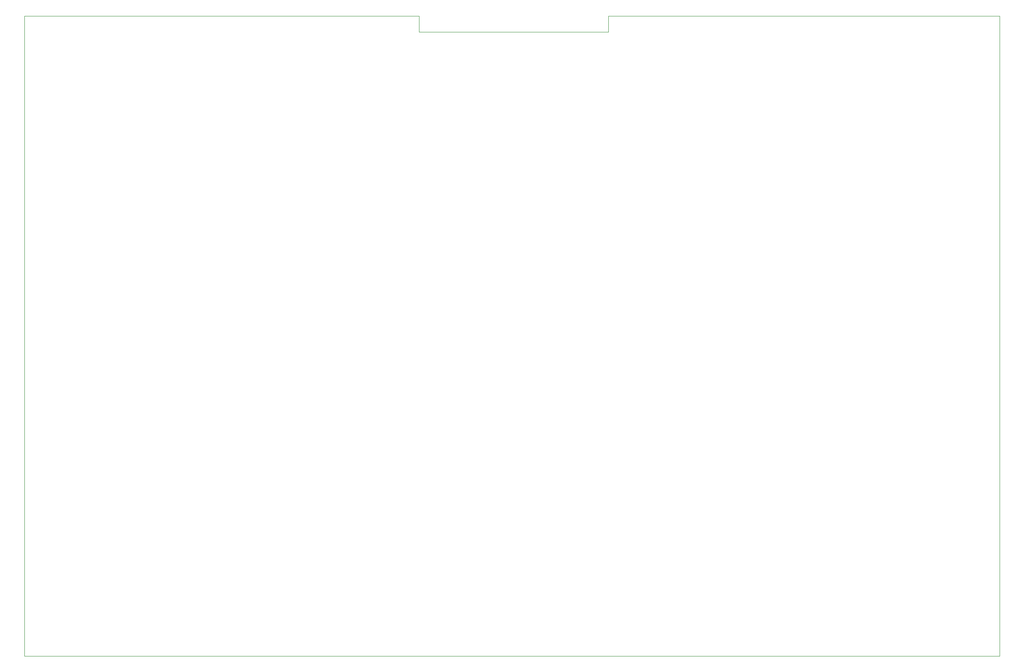
<source format=gbr>
G70*
%FSLAX55Y55*%
%ADD11C,0.00100*%
D11*
X525175Y854025D02*
X525175Y1361525D01*
X837675Y1361525*
X837675Y1349025*
X987675Y1349025*
X987675Y1361525*
X1297675Y1361525*
X1297675Y854025*
X525175Y854025*
M02*

</source>
